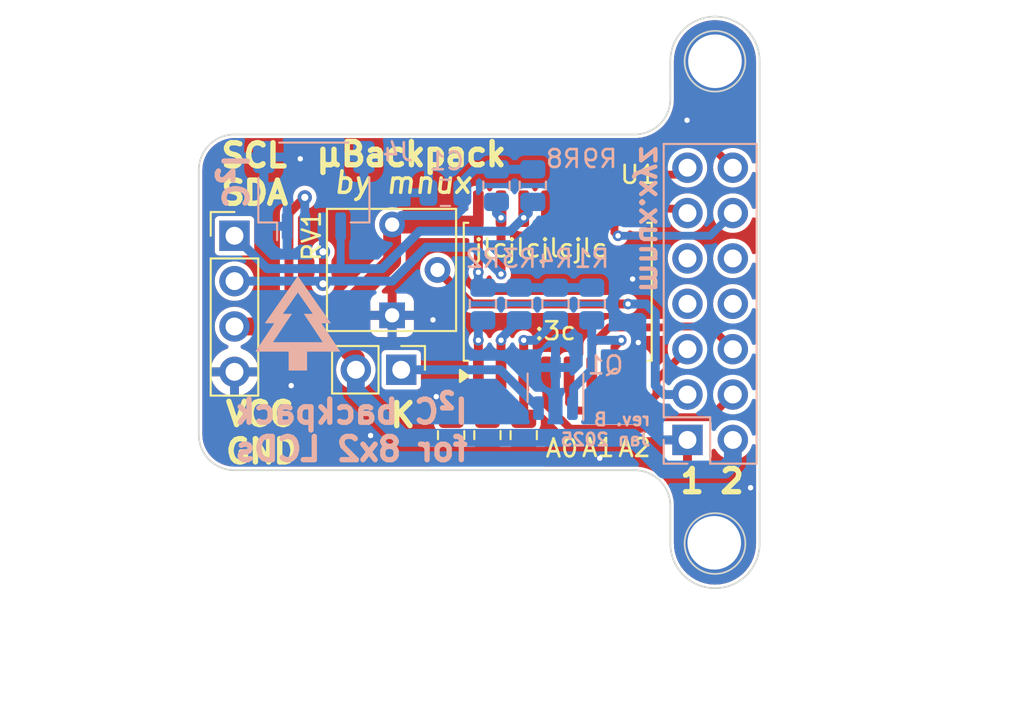
<source format=kicad_pcb>
(kicad_pcb (version 20240108) (generator "pcbnew") (generator_version "8.0")
  (layers (0 "F.Cu" signal) (31 "B.Cu" signal) (34 "B.Paste" user) (35 "F.Paste" user) (36 "B.SilkS" user "B.Silkscreen") (37 "F.SilkS" user "F.Silkscreen") (38 "B.Mask" user) (39 "F.Mask" user) (44 "Edge.Cuts" user))
  (net 0 "")
  (net 1 "GND")
  (net 2 "+5V")
  (net 3 "LCD_3(VO)")
  (net 4 "LCD_4(RS)")
  (net 5 "LCD_5(RW)")
  (net 6 "LCD_6(CS)")
  (net 11 "LCD_11(DB4)")
  (net 12 "LCD_12(DB5)")
  (net 13 "LCD_13(DB6)")
  (net 14 "LCD_14(D7)")
  (net 16 "SCL")
  (net 17 "SDA")
  (net 18 "Net-(J3-Pin_1)")
  (net 19 "Net-(Q1-B)")
  (net 20 "Net-(U1-A0)")
  (net 21 "Net-(U1-A1)")
  (net 22 "Net-(U1-A2)")
  (footprint "Connector_PinHeader_2.54mm:PinHeader_1x02_P2.54mm_Vertical" (layer "F.Cu") (at 42.6085 53.086 -90)
    (property "Reference" "J3" (hide yes))
    (property "Value" "Conn_01x02_Pin")
    (fp_line (start -1.33 3.87) (end 1.33 3.87) (stroke (width 0.12)) (layer "F.SilkS"))
    (fp_line (start -1.33 1.27) (end -1.33 3.87) (stroke (width 0.12)) (layer "F.SilkS"))
    (fp_line (start -1.33 1.27) (end 1.33 1.27) (stroke (width 0.12)) (layer "F.SilkS"))
    (fp_line (start 1.33 1.27) (end 1.33 3.87) (stroke (width 0.12)) (layer "F.SilkS"))
    (fp_line (start -1.33 0) (end -1.33 -1.33) (stroke (width 0.12)) (layer "F.SilkS"))
    (fp_line (start -1.33 -1.33) (end 0 -1.33) (stroke (width 0.12)) (layer "F.SilkS"))
    (pad "1" thru_hole rect (at 0 0 270) (size 1.7 1.7) (drill 1) (layers "*.Cu" "*.Mask") (net 18 "Net-(J3-Pin_1)"))
    (pad "2" thru_hole oval (at 0 2.54 270) (size 1.7 1.7) (drill 1) (layers "*.Cu" "*.Mask") (net 2 "+5V"))
  )
  (footprint "" (layer "F.Cu") (at 53.9115 62.5962 180)
    (property "Reference" "" (at 0 0 0) (layer "F.SilkS") (effects (font (size 1.27 1.27))))
    (property "Value" "" (at 0 0 0) (layer "F.SilkS") (effects (font (size 1.27 1.27))))
    (pad "2" thru_hole oval (at -6.223 -0.1778 180) (size 4.5 4.5) (drill 3) (layers "*.Cu" "*.Mask") (net 1 "GND"))
  )
  (footprint "" (layer "F.Cu") (at 56.4007 35.9008 180)
    (property "Reference" "" (at 0 0 0) (layer "F.SilkS") (effects (font (size 1.27 1.27))))
    (property "Value" "" (at 0 0 0) (layer "F.SilkS") (effects (font (size 1.27 1.27))))
    (pad "2" thru_hole oval (at -3.7738 0.0868 180) (size 4.5 4.5) (drill 3) (layers "*.Cu" "*.Mask") (net 1 "GND"))
  )
  (footprint "Resistor_SMD:R_0805_2012Metric" (layer "F.Cu") (at 47.4345 56.7455 90)
    (property "Reference" "A1" (at -0.7076 6.2052 0) (layer "F.SilkS"))
    (property "Value" "0")
    (fp_line (start -0.227064 -0.735) (end 0.227064 -0.735) (stroke (width 0.12)) (layer "F.SilkS"))
    (fp_line (start -0.227064 0.735) (end 0.227064 0.735) (stroke (width 0.12)) (layer "F.SilkS"))
    (pad "1" smd roundrect (at -0.9125 0 90) (size 1.025 1.4) (layers "F.Cu" "F.Paste" "F.Mask") (roundrect_rratio 0.243902439) (net 1 "GND"))
    (pad "2" smd roundrect (at 0.9125 0 90) (size 1.025 1.4) (layers "F.Cu" "F.Paste" "F.Mask") (roundrect_rratio 0.243902439) (net 21 "Net-(U1-A1)"))
  )
  (footprint "OK1NYA:Potentiometer_Bourns_3362P_Vertical" (layer "F.Cu") (at 42.1005 50.038)
    (property "Reference" "RV1" (at -4.5085 -4.445 90) (layer "F.SilkS"))
    (property "Value" "R_Potentiometer")
    (fp_line (start -3.65 -5.96) (end -3.65 0.88) (stroke (width 0.12)) (layer "F.SilkS"))
    (fp_line (start -3.65 -5.96) (end 3.58 -5.96) (stroke (width 0.12)) (layer "F.SilkS"))
    (fp_line (start -3.65 0.88) (end 3.58 0.88) (stroke (width 0.12)) (layer "F.SilkS"))
    (fp_line (start 3.58 -5.96) (end 3.58 0.88) (stroke (width 0.12)) (layer "F.SilkS"))
    (pad "1" thru_hole rect (at 0 0) (size 1.44 1.44) (drill 0.8) (layers "*.Cu" "*.Mask") (net 1 "GND"))
    (pad "2" thru_hole circle (at 2.54 -2.54) (size 1.44 1.44) (drill 0.8) (layers "*.Cu" "*.Mask") (net 3 "LCD_3(VO)"))
    (pad "3" thru_hole circle (at 0 -5.08) (size 1.44 1.44) (drill 0.8) (layers "*.Cu" "*.Mask") (net 2 "+5V"))
  )
  (footprint "Resistor_SMD:R_0805_2012Metric" (layer "F.Cu") (at 45.4025 56.7455 90)
    (property "Reference" "A0" (at -0.733 6.2052 0) (layer "F.SilkS"))
    (property "Value" "0")
    (fp_line (start -0.227064 -0.735) (end 0.227064 -0.735) (stroke (width 0.12)) (layer "F.SilkS"))
    (fp_line (start -0.227064 0.735) (end 0.227064 0.735) (stroke (width 0.12)) (layer "F.SilkS"))
    (pad "1" smd roundrect (at -0.9125 0 90) (size 1.025 1.4) (layers "F.Cu" "F.Paste" "F.Mask") (roundrect_rratio 0.243902439) (net 1 "GND"))
    (pad "2" smd roundrect (at 0.9125 0 90) (size 1.025 1.4) (layers "F.Cu" "F.Paste" "F.Mask") (roundrect_rratio 0.243902439) (net 20 "Net-(U1-A0)"))
  )
  (footprint "Connector_PinHeader_2.54mm:PinHeader_1x04_P2.54mm_Vertical" (layer "F.Cu") (at 33.274 45.584)
    (property "Reference" "J2" (hide yes))
    (property "Value" "Conn_01x04_Pin")
    (fp_line (start -1.33 -1.33) (end 0 -1.33) (stroke (width 0.12)) (layer "F.SilkS"))
    (fp_line (start -1.33 0) (end -1.33 -1.33) (stroke (width 0.12)) (layer "F.SilkS"))
    (fp_line (start -1.33 1.27) (end -1.33 8.95) (stroke (width 0.12)) (layer "F.SilkS"))
    (fp_line (start -1.33 1.27) (end 1.33 1.27) (stroke (width 0.12)) (layer "F.SilkS"))
    (fp_line (start -1.33 8.95) (end 1.33 8.95) (stroke (width 0.12)) (layer "F.SilkS"))
    (fp_line (start 1.33 1.27) (end 1.33 8.95) (stroke (width 0.12)) (layer "F.SilkS"))
    (pad "1" thru_hole rect (at 0 0) (size 1.7 1.7) (drill 1) (layers "*.Cu" "*.Mask") (net 16 "SCL"))
    (pad "2" thru_hole oval (at 0 2.54) (size 1.7 1.7) (drill 1) (layers "*.Cu" "*.Mask") (net 17 "SDA"))
    (pad "3" thru_hole oval (at 0 5.08) (size 1.7 1.7) (drill 1) (layers "*.Cu" "*.Mask") (net 2 "+5V"))
    (pad "4" thru_hole oval (at 0 7.62) (size 1.7 1.7) (drill 1) (layers "*.Cu" "*.Mask") (net 1 "GND"))
  )
  (footprint "Resistor_SMD:R_0805_2012Metric" (layer "F.Cu") (at 49.4665 56.7455 90)
    (property "Reference" "A2" (at -0.7076 6.2052 0) (layer "F.SilkS"))
    (property "Value" "0")
    (fp_line (start -0.227064 -0.735) (end 0.227064 -0.735) (stroke (width 0.12)) (layer "F.SilkS"))
    (fp_line (start -0.227064 0.735) (end 0.227064 0.735) (stroke (width 0.12)) (layer "F.SilkS"))
    (pad "1" smd roundrect (at -0.9125 0 90) (size 1.025 1.4) (layers "F.Cu" "F.Paste" "F.Mask") (roundrect_rratio 0.243902439) (net 1 "GND"))
    (pad "2" smd roundrect (at 0.9125 0 90) (size 1.025 1.4) (layers "F.Cu" "F.Paste" "F.Mask") (roundrect_rratio 0.243902439) (net 22 "Net-(U1-A2)"))
  )
  (footprint "Package_SO:SOIC-16W_7.5x10.3mm_P1.27mm" (layer "F.Cu") (at 51.3715 48.719 90)
    (property "Reference" "U1" (at 6.555 4.5085 180) (layer "F.SilkS"))
    (property "Value" "PCF8574")
    (fp_line (start 3.86 -5.26) (end 3.86 -5.005) (stroke (width 0.12)) (layer "F.SilkS"))
    (fp_line (start 0 -5.26) (end 3.86 -5.26) (stroke (width 0.12)) (layer "F.SilkS"))
    (fp_line (start 0 -5.26) (end -3.86 -5.26) (stroke (width 0.12)) (layer "F.SilkS"))
    (fp_line (start -3.86 -5.26) (end -3.86 -5.005) (stroke (width 0.12)) (layer "F.SilkS"))
    (fp_line (start 3.86 5.26) (end 3.86 5.005) (stroke (width 0.12)) (layer "F.SilkS"))
    (fp_line (start 0 5.26) (end 3.86 5.26) (stroke (width 0.12)) (layer "F.SilkS"))
    (fp_line (start 0 5.26) (end -3.86 5.26) (stroke (width 0.12)) (layer "F.SilkS"))
    (fp_line (start -3.86 5.26) (end -3.86 5.005) (stroke (width 0.12)) (layer "F.SilkS"))
    (fp_poly (pts (xy -4.7125 -5.005) (xy -5.0525 -5.475) (xy -4.3725 -5.475) (xy -4.7125 -5.005)) (stroke (width 0.12)) (fill solid) (layer "F.SilkS"))
    (pad "1" smd roundrect (at -4.65 -4.445 90) (size 2.05 0.6) (layers "F.Cu" "F.Paste" "F.Mask") (net 20 "Net-(U1-A0)"))
    (pad "2" smd roundrect (at -4.65 -3.175 90) (size 2.05 0.6) (layers "F.Cu" "F.Paste" "F.Mask") (net 21 "Net-(U1-A1)"))
    (pad "3" smd roundrect (at -4.65 -1.905 90) (size 2.05 0.6) (layers "F.Cu" "F.Paste" "F.Mask") (net 22 "Net-(U1-A2)"))
    (pad "4" smd roundrect (at -4.65 -0.635 90) (size 2.05 0.6) (layers "F.Cu" "F.Paste" "F.Mask") (net 4 "LCD_4(RS)"))
    (pad "5" smd roundrect (at -4.65 0.635 90) (size 2.05 0.6) (layers "F.Cu" "F.Paste" "F.Mask") (net 5 "LCD_5(RW)"))
    (pad "6" smd roundrect (at -4.65 1.905 90) (size 2.05 0.6) (layers "F.Cu" "F.Paste" "F.Mask") (net 6 "LCD_6(CS)"))
    (pad "7" smd roundrect (at -4.65 3.175 90) (size 2.05 0.6) (layers "F.Cu" "F.Paste" "F.Mask") (net 19 "Net-(Q1-B)"))
    (pad "8" smd roundrect (at -4.65 4.445 90) (size 2.05 0.6) (layers "F.Cu" "F.Paste" "F.Mask") (net 1 "GND"))
    (pad "9" smd roundrect (at 4.65 4.445 90) (size 2.05 0.6) (layers "F.Cu" "F.Paste" "F.Mask") (net 11 "LCD_11(DB4)"))
    (pad "10" smd roundrect (at 4.65 3.175 90) (size 2.05 0.6) (layers "F.Cu" "F.Paste" "F.Mask") (net 12 "LCD_12(DB5)"))
    (pad "11" smd roundrect (at 4.65 1.905 90) (size 2.05 0.6) (layers "F.Cu" "F.Paste" "F.Mask") (net 13 "LCD_13(DB6)"))
    (pad "12" smd roundrect (at 4.65 0.635 90) (size 2.05 0.6) (layers "F.Cu" "F.Paste" "F.Mask") (net 14 "LCD_14(D7)"))
    (pad "13" smd roundrect (at 4.65 -0.635 90) (size 2.05 0.6) (layers "F.Cu" "F.Paste" "F.Mask"))
    (pad "14" smd roundrect (at 4.65 -1.905 90) (size 2.05 0.6) (layers "F.Cu" "F.Paste" "F.Mask") (net 16 "SCL"))
    (pad "15" smd roundrect (at 4.65 -3.175 90) (size 2.05 0.6) (layers "F.Cu" "F.Paste" "F.Mask") (net 17 "SDA"))
    (pad "16" smd roundrect (at 4.65 -4.445 90) (size 2.05 0.6) (layers "F.Cu" "F.Paste" "F.Mask") (net 2 "+5V"))
  )
  (footprint "Resistor_SMD:R_0805_2012Metric" (layer "B.Cu") (at 49.2125 49.403 90)
    (property "Reference" "R3" (at 2.54 0 0) (layer "B.SilkS") (effects (justify mirror)))
    (property "Value" "10k")
    (fp_line (start -0.227064 -0.735) (end 0.227064 -0.735) (stroke (width 0.12)) (layer "B.SilkS"))
    (fp_line (start -0.227064 0.735) (end 0.227064 0.735) (stroke (width 0.12)) (layer "B.SilkS"))
    (pad "1" smd roundrect (at -0.9125 0 90) (size 1.025 1.4) (layers "B.Cu" "B.Paste" "B.Mask") (roundrect_rratio 0.243902439) (net 21 "Net-(U1-A1)"))
    (pad "2" smd roundrect (at 0.9125 0 90) (size 1.025 1.4) (layers "B.Cu" "B.Paste" "B.Mask") (roundrect_rratio 0.243902439) (net 2 "+5V"))
  )
  (footprint "Capacitor_SMD:C_0805_2012Metric" (layer "B.Cu") (at 45.0825 43.18)
    (property "Reference" "C1" (at 0.066 -1.778 0) (layer "B.SilkS") (effects (justify mirror)))
    (property "Value" "C")
    (fp_line (start -0.261252 -0.735) (end 0.261252 -0.735) (stroke (width 0.12)) (layer "B.SilkS"))
    (fp_line (start -0.261252 0.735) (end 0.261252 0.735) (stroke (width 0.12)) (layer "B.SilkS"))
    (pad "1" smd roundrect (at -0.95 0) (size 1 1.45) (layers "B.Cu" "B.Paste" "B.Mask") (net 1 "GND"))
    (pad "2" smd roundrect (at 0.95 0) (size 1 1.45) (layers "B.Cu" "B.Paste" "B.Mask") (net 2 "+5V"))
  )
  (footprint "Resistor_SMD:R_0805_2012Metric" (layer "B.Cu") (at 53.2765 49.403 -90)
    (property "Reference" "R1" (at -2.54 0 0) (layer "B.SilkS") (effects (justify mirror)))
    (property "Value" "R")
    (fp_line (start -0.227064 0.735) (end 0.227064 0.735) (stroke (width 0.12)) (layer "B.SilkS"))
    (fp_line (start -0.227064 -0.735) (end 0.227064 -0.735) (stroke (width 0.12)) (layer "B.SilkS"))
    (pad "1" smd roundrect (at -0.9125 0 270) (size 1.025 1.4) (layers "B.Cu" "B.Paste" "B.Mask") (roundrect_rratio 0.243902439) (net 2 "+5V"))
    (pad "2" smd roundrect (at 0.9125 0 270) (size 1.025 1.4) (layers "B.Cu" "B.Paste" "B.Mask") (roundrect_rratio 0.243902439) (net 19 "Net-(Q1-B)"))
  )
  (footprint "Connector_PinHeader_2.54mm:PinHeader_2x07_P2.54mm_Vertical" (layer "B.Cu") (at 58.6345 57.014)
    (property "Reference" "J1" (hide yes))
    (property "Value" "Conn_02x07_Counter_Clockwise")
    (fp_line (start -1.33 -16.57) (end 3.87 -16.57) (stroke (width 0.12)) (layer "B.SilkS"))
    (fp_line (start -1.33 -1.27) (end -1.33 -16.57) (stroke (width 0.12)) (layer "B.SilkS"))
    (fp_line (start -1.33 -1.27) (end 1.27 -1.27) (stroke (width 0.12)) (layer "B.SilkS"))
    (fp_line (start -1.33 0) (end -1.33 1.33) (stroke (width 0.12)) (layer "B.SilkS"))
    (fp_line (start -1.33 1.33) (end 0 1.33) (stroke (width 0.12)) (layer "B.SilkS"))
    (fp_line (start 1.27 -1.27) (end 1.27 1.33) (stroke (width 0.12)) (layer "B.SilkS"))
    (fp_line (start 1.27 1.33) (end 3.87 1.33) (stroke (width 0.12)) (layer "B.SilkS"))
    (fp_line (start 3.87 1.33) (end 3.87 -16.57) (stroke (width 0.12)) (layer "B.SilkS"))
    (pad "1" thru_hole rect (at 0 0) (size 1.7 1.7) (drill 1) (layers "*.Cu" "*.Mask") (net 1 "GND"))
    (pad "2" thru_hole oval (at 2.54 0) (size 1.7 1.7) (drill 1) (layers "*.Cu" "*.Mask") (net 2 "+5V"))
    (pad "3" thru_hole oval (at 0 -2.54) (size 1.7 1.7) (drill 1) (layers "*.Cu" "*.Mask") (net 3 "LCD_3(VO)"))
    (pad "4" thru_hole oval (at 2.54 -2.54) (size 1.7 1.7) (drill 1) (layers "*.Cu" "*.Mask") (net 4 "LCD_4(RS)"))
    (pad "5" thru_hole oval (at 0 -5.08) (size 1.7 1.7) (drill 1) (layers "*.Cu" "*.Mask") (net 5 "LCD_5(RW)"))
    (pad "6" thru_hole oval (at 2.54 -5.08) (size 1.7 1.7) (drill 1) (layers "*.Cu" "*.Mask") (net 6 "LCD_6(CS)"))
    (pad "7" thru_hole oval (at 0 -7.62) (size 1.7 1.7) (drill 1) (layers "*.Cu" "*.Mask"))
    (pad "8" thru_hole oval (at 2.54 -7.62) (size 1.7 1.7) (drill 1) (layers "*.Cu" "*.Mask"))
    (pad "9" thru_hole oval (at 0 -10.16) (size 1.7 1.7) (drill 1) (layers "*.Cu" "*.Mask"))
    (pad "10" thru_hole oval (at 2.54 -10.16) (size 1.7 1.7) (drill 1) (layers "*.Cu" "*.Mask"))
    (pad "11" thru_hole oval (at 0 -12.7) (size 1.7 1.7) (drill 1) (layers "*.Cu" "*.Mask") (net 11 "LCD_11(DB4)"))
    (pad "12" thru_hole oval (at 2.54 -12.7) (size 1.7 1.7) (drill 1) (layers "*.Cu" "*.Mask") (net 12 "LCD_12(DB5)"))
    (pad "13" thru_hole oval (at 0 -15.24) (size 1.7 1.7) (drill 1) (layers "*.Cu" "*.Mask") (net 13 "LCD_13(DB6)"))
    (pad "14" thru_hole oval (at 2.54 -15.24) (size 1.7 1.7) (drill 1) (layers "*.Cu" "*.Mask") (net 14 "LCD_14(D7)"))
  )
  (footprint "Resistor_SMD:R_0805_2012Metric" (layer "B.Cu") (at 47.9425 42.7755 90)
    (property "Reference" "R8" (at 1.5005 3.7465 0) (layer "B.SilkS") (effects (justify mirror)))
    (property "Value" "4k7")
    (fp_line (start -0.227064 -0.735) (end 0.227064 -0.735) (stroke (width 0.12)) (layer "B.SilkS"))
    (fp_line (start -0.227064 0.735) (end 0.227064 0.735) (stroke (width 0.12)) (layer "B.SilkS"))
    (pad "1" smd roundrect (at -0.9125 0 90) (size 1.025 1.4) (layers "B.Cu" "B.Paste" "B.Mask") (roundrect_rratio 0.243902439) (net 17 "SDA"))
    (pad "2" smd roundrect (at 0.9125 0 90) (size 1.025 1.4) (layers "B.Cu" "B.Paste" "B.Mask") (roundrect_rratio 0.243902439) (net 2 "+5V"))
  )
  (footprint "Resistor_SMD:R_0805_2012Metric" (layer "B.Cu") (at 49.9745 42.7755 90)
    (property "Reference" "R9" (at 1.5005 3.7465 0) (layer "B.SilkS") (effects (justify mirror)))
    (property "Value" "4k7")
    (fp_line (start -0.227064 -0.735) (end 0.227064 -0.735) (stroke (width 0.12)) (layer "B.SilkS"))
    (fp_line (start -0.227064 0.735) (end 0.227064 0.735) (stroke (width 0.12)) (layer "B.SilkS"))
    (pad "1" smd roundrect (at -0.9125 0 90) (size 1.025 1.4) (layers "B.Cu" "B.Paste" "B.Mask") (roundrect_rratio 0.243902439) (net 16 "SCL"))
    (pad "2" smd roundrect (at 0.9125 0 90) (size 1.025 1.4) (layers "B.Cu" "B.Paste" "B.Mask") (roundrect_rratio 0.243902439) (net 2 "+5V"))
  )
  (footprint "Connector_JST:JST_SH_SM04B-SRSS-TB_1x04-1MP_P1.00mm_Horizontal" (layer "B.Cu") (at 37.719 43.053)
    (property "Reference" "J4" (at 4.699 -2.159 0) (layer "B.SilkS") (effects (justify mirror)))
    (property "Value" "Conn_01x04_Pin")
    (fp_line (start -3.11 1.785) (end -3.11 -0.715) (stroke (width 0.12)) (layer "B.SilkS"))
    (fp_line (start -2.06 1.785) (end -3.11 1.785) (stroke (width 0.12)) (layer "B.SilkS"))
    (fp_line (start -2.06 2.775) (end -2.06 1.785) (stroke (width 0.12)) (layer "B.SilkS"))
    (fp_line (start 1.94 -2.685) (end -1.94 -2.685) (stroke (width 0.12)) (layer "B.SilkS"))
    (fp_line (start 2.06 1.785) (end 3.11 1.785) (stroke (width 0.12)) (layer "B.SilkS"))
    (fp_line (start 3.11 1.785) (end 3.11 -0.715) (stroke (width 0.12)) (layer "B.SilkS"))
    (pad "1" smd roundrect (at -1.5 2) (size 0.6 1.55) (layers "B.Cu" "B.Paste" "B.Mask") (net 1 "GND"))
    (pad "2" smd roundrect (at -0.5 2) (size 0.6 1.55) (layers "B.Cu" "B.Paste" "B.Mask") (net 2 "+5V"))
    (pad "3" smd roundrect (at 0.5 2) (size 0.6 1.55) (layers "B.Cu" "B.Paste" "B.Mask") (net 17 "SDA"))
    (pad "4" smd roundrect (at 1.5 2) (size 0.6 1.55) (layers "B.Cu" "B.Paste" "B.Mask") (net 16 "SCL"))
    (pad "MP" smd roundrect (at -2.8 -1.875) (size 1.2 1.8) (layers "B.Cu" "B.Paste" "B.Mask") (roundrect_rratio 0.208333) (net 1 "GND"))
    (pad "MP" smd roundrect (at 2.8 -1.875) (size 1.2 1.8) (layers "B.Cu" "B.Paste" "B.Mask") (roundrect_rratio 0.208333) (net 1 "GND"))
  )
  (footprint "Package_TO_SOT_SMD:SOT-23-3" (layer "B.Cu") (at 51.2445 54.0965 90)
    (property "Reference" "Q1" (at 1.2645 2.794 0) (layer "B.SilkS") (effects (justify mirror)))
    (property "Value" "NPN")
    (fp_line (start 0 -1.56) (end 0.8 -1.56) (stroke (width 0.12)) (layer "B.SilkS"))
    (fp_line (start 0 -1.56) (end -0.8 -1.56) (stroke (width 0.12)) (layer "B.SilkS"))
    (fp_line (start 0 1.56) (end 0.8 1.56) (stroke (width 0.12)) (layer "B.SilkS"))
    (fp_line (start 0 1.56) (end -1.8 1.56) (stroke (width 0.12)) (layer "B.SilkS"))
    (pad "1" smd roundrect (at -1.1375 -0.95 90) (size 1.325 0.6) (layers "B.Cu" "B.Paste" "B.Mask") (net 18 "Net-(J3-Pin_1)"))
    (pad "2" smd roundrect (at -1.1375 0.95 90) (size 1.325 0.6) (layers "B.Cu" "B.Paste" "B.Mask") (net 19 "Net-(Q1-B)"))
    (pad "3" smd roundrect (at 1.1375 0 90) (size 1.325 0.6) (layers "B.Cu" "B.Paste" "B.Mask") (net 1 "GND"))
  )
  (footprint "Resistor_SMD:R_0805_2012Metric" (layer "B.Cu") (at 47.1805 49.403 90)
    (property "Reference" "R2" (at 2.54 0 0) (layer "B.SilkS") (effects (justify mirror)))
    (property "Value" "10k")
    (fp_line (start -0.227064 -0.735) (end 0.227064 -0.735) (stroke (width 0.12)) (layer "B.SilkS"))
    (fp_line (start -0.227064 0.735) (end 0.227064 0.735) (stroke (width 0.12)) (layer "B.SilkS"))
    (pad "1" smd roundrect (at -0.9125 0 90) (size 1.025 1.4) (layers "B.Cu" "B.Paste" "B.Mask") (roundrect_rratio 0.243902439) (net 20 "Net-(U1-A0)"))
    (pad "2" smd roundrect (at 0.9125 0 90) (size 1.025 1.4) (layers "B.Cu" "B.Paste" "B.Mask") (roundrect_rratio 0.243902439) (net 2 "+5V"))
  )
  (footprint "Resistor_SMD:R_0805_2012Metric" (layer "B.Cu") (at 51.2445 49.403 90)
    (property "Reference" "R4" (at 2.54 0 0) (layer "B.SilkS") (effects (justify mirror)))
    (property "Value" "10k")
    (fp_line (start -0.227064 -0.735) (end 0.227064 -0.735) (stroke (width 0.12)) (layer "B.SilkS"))
    (fp_line (start -0.227064 0.735) (end 0.227064 0.735) (stroke (width 0.12)) (layer "B.SilkS"))
    (pad "1" smd roundrect (at -0.9125 0 90) (size 1.025 1.4) (layers "B.Cu" "B.Paste" "B.Mask") (roundrect_rratio 0.243902439) (net 22 "Net-(U1-A2)"))
    (pad "2" smd roundrect (at 0.9125 0 90) (size 1.025 1.4) (layers "B.Cu" "B.Paste" "B.Mask") (roundrect_rratio 0.243902439) (net 2 "+5V"))
  )
  (gr_poly (pts (xy 34.969979 50.4825) (xy 35.499145 50.4825) (xy 34.440812 52.07) (xy 36.306125 52.07) (xy 36.306125 53.128333) (xy 37.338 53.128333) (xy 37.338 52.07) (xy 39.203312 52.07) (xy 38.850534 51.540833) (xy 38.211125 51.540833) (xy 35.433 51.540833) (xy 36.491333 49.953333) (xy 35.988625 49.953333) (xy 36.822062 48.762708) (xy 37.655499 49.953333) (xy 37.152791 49.953333) (xy 38.211125 51.540833) (xy 38.850534 51.540833) (xy 38.144979 50.4825) (xy 38.674145 50.4825) (xy 36.822062 47.836667)) (stroke (width -0.000001)) (fill solid) (layer "B.SilkS"))
  (gr_arc (start 60.1745 65.314) (mid 58.406733 64.581767) (end 57.6745 62.814) (stroke (width 0.1)) (layer "Edge.Cuts"))
  (gr_line (start 57.6745 37.914) (end 57.672767 35.816065) (stroke (width 0.1)) (layer "Edge.Cuts"))
  (gr_line (start 62.6745 35.814) (end 62.6745 62.814) (stroke (width 0.1)) (layer "Edge.Cuts"))
  (gr_line (start 60.172766 33.314) (end 60.1745 33.314) (stroke (width 0.1)) (layer "Edge.Cuts"))
  (gr_circle (center 60.1745 35.814) (end 58.4745 35.814) (stroke (width 0.1)) (fill none) (layer "Edge.Cuts"))
  (gr_circle (center 60.1745 62.814) (end 58.4745 62.814) (stroke (width 0.1)) (fill none) (layer "Edge.Cuts"))
  (gr_line (start 60.1745 65.314) (end 60.1745 65.314) (stroke (width 0.1)) (layer "Edge.Cuts"))
  (gr_line (start 33.274 58.71) (end 55.6745 58.71) (stroke (width 0.1)) (layer "Edge.Cuts"))
  (gr_line (start 55.6745 39.914) (end 33.274 39.914) (stroke (width 0.1)) (layer "Edge.Cuts"))
  (gr_arc (start 60.1745 33.314) (mid 61.942267 34.046233) (end 62.6745 35.814) (stroke (width 0.1)) (layer "Edge.Cuts"))
  (gr_arc (start 33.274 58.71) (mid 31.859786 58.124214) (end 31.274 56.71) (stroke (width 0.1)) (layer "Edge.Cuts"))
  (gr_line (start 57.6745 62.814) (end 57.6745 60.71) (stroke (width 0.1)) (layer "Edge.Cuts"))
  (gr_line (start 31.274 41.914) (end 31.274 56.71) (stroke (width 0.1)) (layer "Edge.Cuts"))
  (gr_arc (start 55.6745 58.71) (mid 57.088714 59.295786) (end 57.6745 60.71) (stroke (width 0.1)) (layer "Edge.Cuts"))
  (gr_arc (start 57.6745 37.914) (mid 57.088714 39.328214) (end 55.6745 39.914) (stroke (width 0.1)) (layer "Edge.Cuts"))
  (gr_arc (start 62.6745 62.814) (mid 61.942267 64.581767) (end 60.1745 65.314) (stroke (width 0.1)) (layer "Edge.Cuts"))
  (gr_arc (start 31.274 41.914) (mid 31.859786 40.499786) (end 33.274 39.914) (stroke (width 0.1)) (layer "Edge.Cuts"))
  (gr_arc (start 57.672767 35.816065) (mid 58.404284 34.04698) (end 60.172766 33.314) (stroke (width 0.1)) (layer "Edge.Cuts"))
  (gr_text "I²C" (at 34.163 40.894 90) (layer "B.SilkS") (effects (font (size 1.3 1.3) (thickness 0.3) (bold yes)) (justify left bottom mirror)))
  (gr_text "rev. B\nJan 2025" (at 56.642 57.404 -0) (layer "B.SilkS") (effects (font (size 0.7 0.7)) (justify left bottom mirror)))
  (gr_text "I²C backpack\nfor 8x2 LCDs" (at 46.482 58.293 0) (layer "B.SilkS") (effects (font (size 1.3 1.3) (thickness 0.3) (bold yes)) (justify left bottom mirror)))
  (gr_text "mnux.xyz" (at 55.88 48.895 -90) (layer "B.SilkS") (effects (font (size 1.2 1.2) (thickness 0.24) (bold yes)) (justify left bottom mirror)))
  (gr_text "jlcjlcjlcjlc" (at 46.609 46.863 0) (layer "F.SilkS") (effects (font (size 1 1)) (justify left bottom)))
  (gr_text ":3c" (at 50 51.5 0) (layer "F.SilkS") (effects (font (size 1 1)) (justify left bottom)))
  (gr_text "by mnux" (at 38.735 43.307 0) (layer "F.SilkS") (effects (font (size 1.2 1.2) (thickness 0.2) (bold yes) (italic yes)) (justify left bottom)))
  (gr_text "VCC\nGND\n" (at 32.639 58.42 0) (layer "F.SilkS") (effects (font (size 1.3 1.3) (thickness 0.3) (bold yes)) (justify left bottom)))
  (gr_text "μBackpack" (at 37.719 41.783 0) (layer "F.SilkS") (effects (font (size 1.3 1.3) (thickness 0.3) (bold yes)) (justify left bottom)))
  (gr_text "SCL\nSDA" (at 32.385 43.942 0) (layer "F.SilkS") (effects (font (size 1.3 1.3) (thickness 0.3) (bold yes)) (justify left bottom)))
  (gr_text "K" (at 41.8465 56.388 0) (layer "F.SilkS") (effects (font (size 1.3 1.3) (thickness 0.3) (bold yes)) (justify left bottom)))
  (gr_text "1 2" (at 58.082526 60.08684 0) (layer "F.SilkS") (effects (font (size 1.3 1.3) (thickness 0.3) (bold yes)) (justify left bottom)))
  (via (at 55.88 51.562) (size 0.6) (drill 0.3) (layers "F.Cu" "B.Cu") (net 1))
  (via (at 58.6105 39.116) (size 0.6) (drill 0.3) (layers "F.Cu" "B.Cu") (net 1))
  (via (at 53.721 58.039) (size 0.6) (drill 0.3) (layers "F.Cu" "B.Cu") (net 1))
  (via (at 44.3865 50.292) (size 0.6) (drill 0.3) (layers "F.Cu" "B.Cu") (net 1))
  (via (at 40.894 56.769) (size 0.6) (drill 0.3) (layers "F.Cu" "B.Cu") (net 1))
  (via (at 62.1665 59.69) (size 0.6) (drill 0.3) (layers "F.Cu" "B.Cu") (net 1))
  (via (at 55.5625 48.006) (size 0.6) (drill 0.3) (layers "F.Cu" "B.Cu") (net 1))
  (via (at 36.449 53.975) (size 0.6) (drill 0.3) (layers "F.Cu" "B.Cu") (net 1))
  (via (at 44.569887 54.590737) (size 0.6) (drill 0.3) (layers "F.Cu" "B.Cu") (net 1))
  (via (at 36.957 41.275) (size 0.6) (drill 0.3) (layers "F.Cu" "B.Cu") (net 1))
  (segment (start 37.6465 50.664) (end 37.211 50.664) (width 1) (layer "F.Cu") (net 2))
  (segment (start 42.1005 46.99) (end 38.4265 50.664) (width 1) (layer "F.Cu") (net 2))
  (segment (start 42.1005 44.958) (end 42.1005 46.99) (width 1) (layer "F.Cu") (net 2))
  (segment (start 46.9265 47.625) (end 46.9265 44.744) (width 0.5) (layer "F.Cu") (net 2))
  (segment (start 46.7125 44.958) (end 42.1005 44.958) (width 1) (layer "F.Cu") (net 2))
  (segment (start 37.211 50.664) (end 33.274 50.664) (width 1) (layer "F.Cu") (net 2))
  (segment (start 37.211 43.434) (end 36.322 44.323) (width 0.5) (layer "F.Cu") (net 2))
  (segment (start 40.0685 52.451) (end 40.0685 53.086) (width 1) (layer "F.Cu") (net 2))
  (segment (start 38.2815 50.664) (end 40.0685 52.451) (width 1) (layer "F.Cu") (net 2))
  (segment (start 36.322 44.323) (end 36.322 50.664) (width 0.5) (layer "F.Cu") (net 2))
  (segment (start 37.6465 50.664) (end 38.2815 50.664) (width 1) (layer "F.Cu") (net 2))
  (segment (start 36.322 50.664) (end 37.211 50.664) (width 0.5) (layer "F.Cu") (net 2))
  (segment (start 38.4265 50.664) (end 37.6465 50.664) (width 1) (layer "F.Cu") (net 2))
  (via (at 46.9265 47.625) (size 0.6) (drill 0.3) (layers "F.Cu" "B.Cu") (net 2))
  (via (at 37.211 43.434) (size 0.8) (drill 0.4) (layers "F.Cu" "B.Cu") (net 2))
  (segment (start 46.1175 43.989) (end 46.1175 42.465) (width 0.5) (layer "B.Cu") (net 2))
  (segment (start 42.6085 44.45) (end 45.6565 44.45) (width 0.5) (layer "B.Cu") (net 2))
  (segment (start 45.6565 44.45) (end 46.1175 43.989) (width 0.5) (layer "B.Cu") (net 2))
  (segment (start 51.2445 48.4905) (end 53.2765 48.4905) (width 0.5) (layer "B.Cu") (net 2))
  (segment (start 57.3405 58.674) (end 60.716581 58.674) (width 1) (layer "B.Cu") (net 2))
  (segment (start 46.9265 48.2365) (end 47.1805 48.4905) (width 0.5) (layer "B.Cu") (net 2))
  (segment (start 46.1175 42.465) (end 46.7195 41.863) (width 0.5) (layer "B.Cu") (net 2))
  (segment (start 46.7195 41.863) (end 49.9745 41.863) (width 0.5) (layer "B.Cu") (net 2))
  (segment (start 55.5625 56.896) (end 57.3405 58.674) (width 1) (layer "B.Cu") (net 2))
  (segment (start 40.0685 53.086) (end 40.0685 54.288081) (width 1) (layer "B.Cu") (net 2))
  (segment (start 61.1745 58.216081) (end 61.1745 57.014) (width 1) (layer "B.Cu") (net 2))
  (segment (start 60.716581 58.674) (end 61.1745 58.216081) (width 1) (layer "B.Cu") (net 2))
  (segment (start 42.676419 56.896) (end 55.5625 56.896) (width 1) (layer "B.Cu") (net 2))
  (segment (start 37.211 43.434) (end 37.211 45.045) (width 0.5) (layer "B.Cu") (net 2))
  (segment (start 42.1005 44.958) (end 42.6085 44.45) (width 0.5) (layer "B.Cu") (net 2))
  (segment (start 37.211 45.045) (end 37.219 45.053) (width 0.5) (layer "B.Cu") (net 2))
  (segment (start 46.9265 47.625) (end 46.9265 48.2365) (width 0.5) (layer "B.Cu") (net 2))
  (segment (start 47.1805 48.4905) (end 51.2445 48.4905) (width 0.5) (layer "B.Cu") (net 2))
  (segment (start 40.0685 54.288081) (end 42.676419 56.896) (width 1) (layer "B.Cu") (net 2))
  (segment (start 55.3085 49.403) (end 46.5455 49.403) (width 0.5) (layer "F.Cu") (net 3))
  (segment (start 46.5455 49.403) (end 44.6405 47.498) (width 0.5) (layer "F.Cu") (net 3))
  (via (at 55.3085 49.403) (size 0.6) (drill 0.3) (layers "F.Cu" "B.Cu") (net 3))
  (segment (start 57.3315 54.474) (end 58.6345 54.474) (width 0.5) (layer "B.Cu") (net 3))
  (segment (start 56.8325 53.975) (end 57.3315 54.474) (width 0.5) (layer "B.Cu") (net 3))
  (segment (start 56.8325 49.911) (end 56.8325 53.975) (width 0.5) (layer "B.Cu") (net 3))
  (segment (start 55.3085 49.403) (end 56.3245 49.403) (width 0.5) (layer "B.Cu") (net 3))
  (segment (start 56.3245 49.403) (end 56.8325 49.911) (width 0.5) (layer "B.Cu") (net 3))
  (segment (start 52.07 56.388) (end 56.515 56.388) (width 0.44) (layer "F.Cu") (net 4))
  (segment (start 50.7365 55.0545) (end 52.07 56.388) (width 0.44) (layer "F.Cu") (net 4))
  (segment (start 50.7365 54.044) (end 50.7365 55.0545) (width 0.44) (layer "F.Cu") (net 4))
  (segment (start 59.9045 55.744) (end 61.1745 54.474) (width 0.44) (layer "F.Cu") (net 4))
  (segment (start 56.515 56.388) (end 57.159 55.744) (width 0.44) (layer "F.Cu") (net 4))
  (segment (start 57.159 55.744) (end 59.9045 55.744) (width 0.44) (layer "F.Cu") (net 4))
  (segment (start 56.007 55.372) (end 56.896 54.483) (width 0.44) (layer "F.Cu") (net 5))
  (segment (start 52.0065 54.044) (end 52.0065 54.9275) (width 0.44) (layer "F.Cu") (net 5))
  (segment (start 58.1265 51.934) (end 58.6345 51.934) (width 0.35) (layer "F.Cu") (net 5))
  (segment (start 52.0065 54.9275) (end 52.451 55.372) (width 0.44) (layer "F.Cu") (net 5))
  (segment (start 56.896 53.6725) (end 58.6345 51.934) (width 0.44) (layer "F.Cu") (net 5))
  (segment (start 56.896 54.483) (end 56.896 53.6725) (width 0.44) (layer "F.Cu") (net 5))
  (segment (start 52.451 55.372) (end 56.007 55.372) (width 0.44) (layer "F.Cu") (net 5))
  (segment (start 54.2505 50.715) (end 58.057448 50.715) (width 0.44) (layer "F.Cu") (net 6))
  (segment (start 58.057448 50.715) (end 58.108448 50.664) (width 0.44) (layer "F.Cu") (net 6))
  (segment (start 59.9045 50.664) (end 61.1745 51.934) (width 0.44) (layer "F.Cu") (net 6))
  (segment (start 53.2765 51.689) (end 54.2505 50.715) (width 0.44) (layer "F.Cu") (net 6))
  (segment (start 53.2765 52.8565) (end 53.2765 51.689) (width 0.44) (layer "F.Cu") (net 6))
  (segment (start 58.108448 50.664) (end 59.9045 50.664) (width 0.44) (layer "F.Cu") (net 6))
  (segment (start 55.8165 44.069) (end 58.3895 44.069) (width 0.44) (layer "F.Cu") (net 11))
  (segment (start 58.3895 44.069) (end 58.6345 44.314) (width 0.44) (layer "F.Cu") (net 11))
  (segment (start 54.746 45.584) (end 54.5465 45.3845) (width 0.44) (layer "F.Cu") (net 12))
  (segment (start 54.5465 45.3845) (end 54.5465 44.069) (width 0.44) (layer "F.Cu") (net 12))
  (segment (start 61.1745 44.06) (end 61.1745 44.314) (width 0.35) (layer "F.Cu") (net 12))
  (via (at 54.746 45.584) (size 0.6) (drill 0.3) (layers "F.Cu" "B.Cu") (net 12))
  (segment (start 59.9045 45.584) (end 61.1745 44.314) (width 0.44) (layer "B.Cu") (net 12))
  (segment (start 54.746 45.584) (end 59.9045 45.584) (width 0.44) (layer "B.Cu") (net 12))
  (segment (start 53.848 42.164) (end 58.2445 42.164) (width 0.44) (layer "F.Cu") (net 13))
  (segment (start 53.2765 44.744) (end 53.2765 42.7355) (width 0.44) (layer "F.Cu") (net 13))
  (segment (start 53.2765 42.7355) (end 53.848 42.164) (width 0.44) (layer "F.Cu") (net 13))
  (segment (start 58.2445 42.164) (end 58.6345 41.774) (width 0.44) (layer "F.Cu") (net 13))
  (segment (start 57.130724 41.134) (end 53.354 41.134) (width 0.44) (layer "F.Cu") (net 14))
  (segment (start 59.7865 40.386) (end 57.878724 40.386) (width 0.44) (layer "F.Cu") (net 14))
  (segment (start 53.354 41.134) (end 52.0065 42.4815) (width 0.44) (layer "F.Cu") (net 14))
  (segment (start 61.1745 41.774) (end 59.7865 40.386) (width 0.44) (layer "F.Cu") (net 14))
  (segment (start 57.878724 40.386) (end 57.130724 41.134) (width 0.44) (layer "F.Cu") (net 14))
  (segment (start 52.0065 42.4815) (end 52.0065 44.744) (width 0.44) (layer "F.Cu") (net 14))
  (via (at 49.4665 44.577) (size 0.6) (drill 0.3) (layers "F.Cu" "B.Cu") (net 16))
  (segment (start 49.7205 44.323) (end 49.4665 44.577) (width 0.5) (layer "B.Cu") (net 16))
  (segment (start 33.274 45.584) (end 33.274 45.593) (width 0.5) (layer "B.Cu") (net 16))
  (segment (start 33.274 45.593) (end 35.105 47.424) (width 0.5) (layer "B.Cu") (net 16))
  (segment (start 39.219 47.4) (end 39.243 47.424) (width 0.44) (layer "B.Cu") (net 16))
  (segment (start 43.6365 45.327) (end 48.7165 45.327) (width 0.5) (layer "B.Cu") (net 16))
  (segment (start 35.105 47.424) (end 39.243 47.424) (width 0.5) (layer "B.Cu") (net 16))
  (segment (start 49.7205 43.434) (end 49.7205 44.323) (width 0.5) (layer "B.Cu") (net 16))
  (segment (start 39.219 45.053) (end 39.219 47.4) (width 0.44) (layer "B.Cu") (net 16))
  (segment (start 39.243 47.424) (end 41.5395 47.424) (width 0.5) (layer "B.Cu") (net 16))
  (segment (start 41.5395 47.424) (end 43.6365 45.327) (width 0.5) (layer "B.Cu") (net 16))
  (segment (start 48.7165 45.327) (end 49.4665 44.577) (width 0.5) (layer "B.Cu") (net 16))
  (segment (start 48.1965 45.9315) (end 48.1965 44.577) (width 0.5) (layer "F.Cu") (net 17))
  (segment (start 48.1965 47.730462) (end 48.1965 45.9315) (width 0.5) (layer "F.Cu") (net 17))
  (segment (start 38.227 48.274) (end 38.227 46.482) (width 0.44) (layer "F.Cu") (net 17))
  (via (at 48.1965 47.730462) (size 0.6) (drill 0.3) (layers "F.Cu" "B.Cu") (net 17))
  (via (at 38.227 46.482) (size 0.8) (drill 0.4) (layers "F.Cu" "B.Cu") (net 17))
  (via (at 38.227 48.274) (size 0.8) (drill 0.4) (layers "F.Cu" "B.Cu") (net 17))
  (via (at 48.1965 44.577) (size 0.6) (drill 0.3) (layers "F.Cu" "B.Cu") (net 17))
  (segment (start 44.0055 46.228) (end 42.1095 48.124) (width 0.5) (layer "B.Cu") (net 17))
  (segment (start 38.227 48.274) (end 38.077 48.124) (width 0.44) (layer "B.Cu") (net 17))
  (segment (start 33.274 48.124) (end 37.973 48.124) (width 0.5) (layer "B.Cu") (net 17))
  (segment (start 38.227 45.061) (end 38.219 45.053) (width 0.44) (layer "B.Cu") (net 17))
  (segment (start 47.9425 44.323) (end 48.1965 44.577) (width 0.5) (layer "B.Cu") (net 17))
  (segment (start 46.694038 46.228) (end 44.0055 46.228) (width 0.5) (layer "B.Cu") (net 17))
  (segment (start 47.9425 43.434) (end 47.9425 44.323) (width 0.5) (layer "B.Cu") (net 17))
  (segment (start 38.077 48.124) (end 37.973 48.124) (width 0.44) (layer "B.Cu") (net 17))
  (segment (start 38.227 46.482) (end 38.227 45.061) (width 0.44) (layer "B.Cu") (net 17))
  (segment (start 48.1965 47.730462) (end 46.694038 46.228) (width 0.5) (layer "B.Cu") (net 17))
  (segment (start 42.1095 48.124) (end 37.973 48.124) (width 0.5) (layer "B.Cu") (net 17))
  (segment (start 42.6085 53.086) (end 48.1465 53.086) (width 0.5) (layer "B.Cu") (net 18))
  (segment (start 48.1465 53.086) (end 50.2945 55.234) (width 0.5) (layer "B.Cu") (net 18))
  (segment (start 54.5465 51.816) (end 54.9275 51.435) (width 0.44) (layer "F.Cu") (net 19))
  (segment (start 54.5465 54.044) (end 54.5465 51.816) (width 0.44) (layer "F.Cu") (net 19))
  (via (at 54.9275 51.435) (size 0.6) (drill 0.3) (layers "F.Cu" "B.Cu") (net 19))
  (segment (start 53.2765 53.086) (end 53.2765 51.435) (width 0.5) (layer "B.Cu") (net 19))
  (segment (start 52.2605 54.102) (end 53.2765 53.086) (width 0.5) (layer "B.Cu") (net 19))
  (segment (start 53.2765 51.435) (end 54.9275 51.435) (width 0.5) (layer "B.Cu") (net 19))
  (segment (start 53.2765 50.3155) (end 53.2765 51.435) (width 0.5) (layer "B.Cu") (net 19))
  (segment (start 52.1945 55.234) (end 52.2605 55.168) (width 0.5) (layer "B.Cu") (net 19))
  (segment (start 52.2605 55.168) (end 52.2605 54.102) (width 0.5) (layer "B.Cu") (net 19))
  (segment (start 45.4025 55.626) (end 45.4025 55.833) (width 0.5) (layer "F.Cu") (net 20))
  (segment (start 46.9265 54.102) (end 45.4025 55.626) (width 0.5) (layer "F.Cu") (net 20))
  (segment (start 46.9265 51.435) (end 46.9265 54.102) (width 0.5) (layer "F.Cu") (net 20))
  (via (at 46.9265 51.435) (size 0.6) (drill 0.3) (layers "F.Cu" "B.Cu") (net 20))
  (segment (start 46.9265 51.435) (end 46.9265 50.5695) (width 0.5) (layer "B.Cu") (net 20))
  (segment (start 46.9265 50.5695) (end 47.1805 50.3155) (width 0.5) (layer "B.Cu") (net 20))
  (segment (start 48.1965 54.737) (end 47.4345 55.499) (width 0.5) (layer "F.Cu") (net 21))
  (segment (start 48.1965 52.8565) (end 48.1965 54.737) (width 0.5) (layer "F.Cu") (net 21))
  (segment (start 48.1965 52.8565) (end 48.1965 51.435) (width 0.5) (layer "F.Cu") (net 21))
  (via (at 48.1965 51.435) (size 0.6) (drill 0.3) (layers "F.Cu" "B.Cu") (net 21))
  (segment (start 48.1965 51.435) (end 48.1965 51.3315) (width 0.5) (layer "B.Cu") (net 21))
  (segment (start 48.1965 51.3315) (end 49.2125 50.3155) (width 0.5) (layer "B.Cu") (net 21))
  (segment (start 49.4665 52.8565) (end 49.4665 51.435) (width 0.5) (layer "F.Cu") (net 22))
  (segment (start 49.4665 52.8565) (end 49.4665 55.499) (width 0.5) (layer "F.Cu") (net 22))
  (via (at 49.4665 51.435) (size 0.6) (drill 0.3) (layers "F.Cu" "B.Cu") (net 22))
  (segment (start 50.125 51.435) (end 51.2445 50.3155) (width 0.5) (layer "B.Cu") (net 22))
  (segment (start 49.4665 51.435) (end 50.125 51.435) (width 0.5) (layer "B.Cu") (net 22))
  (zone (net 1) (net_name "GND") (layers "F&B.Cu") (connect_pads (clearance 0.254)) (min_thickness 0.25) (fill yes (thermal_gap 0.5) (thermal_bridge_width 0.5))
    (polygon (pts (xy 66.120714 32.385) (xy 20.273714 32.385) (xy 20.146714 66.802) (xy 65.993714 66.802)))
  )
)
</source>
